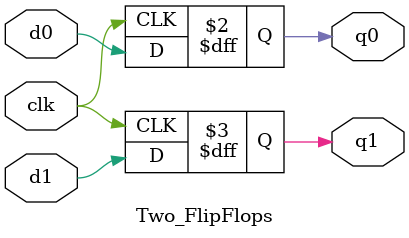
<source format=sv>
module FlipFlop
	(input logic clk, en, sclr, aclr,
	input logic[3:0] d,
	output logic[3:0] q);
	
	always_ff @(posedge clk, posedge aclr)
	begin
	
		if (aclr)	q <= 4'b0;
		else
			if (en)
				if (sclr)	q <= 4'b0;
				else			q <= d;

	end
	
endmodule


module Two_FlipFlops
	(input logic	clk,
	input logic		d0, d1,
	output logic	q0, q1);
	
	always_ff @(posedge clk)
	begin
		q1 <= d1;
		q0 <= d0;
	end
	
endmodule

</source>
